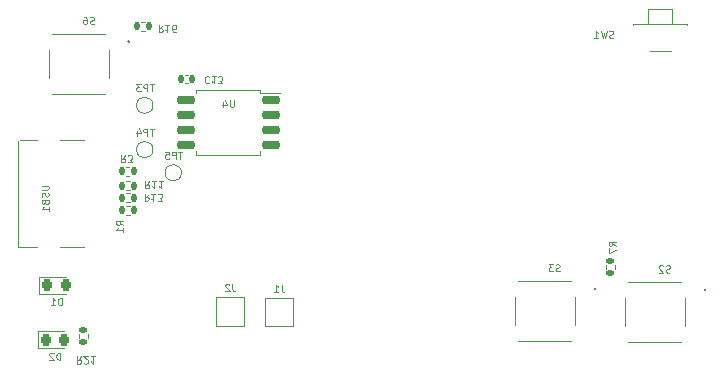
<source format=gbr>
%TF.GenerationSoftware,KiCad,Pcbnew,7.0.6*%
%TF.CreationDate,2024-06-03T18:18:50-04:00*%
%TF.ProjectId,V3,56332e6b-6963-4616-945f-706362585858,rev?*%
%TF.SameCoordinates,Original*%
%TF.FileFunction,Legend,Bot*%
%TF.FilePolarity,Positive*%
%FSLAX46Y46*%
G04 Gerber Fmt 4.6, Leading zero omitted, Abs format (unit mm)*
G04 Created by KiCad (PCBNEW 7.0.6) date 2024-06-03 18:18:50*
%MOMM*%
%LPD*%
G01*
G04 APERTURE LIST*
G04 Aperture macros list*
%AMRoundRect*
0 Rectangle with rounded corners*
0 $1 Rounding radius*
0 $2 $3 $4 $5 $6 $7 $8 $9 X,Y pos of 4 corners*
0 Add a 4 corners polygon primitive as box body*
4,1,4,$2,$3,$4,$5,$6,$7,$8,$9,$2,$3,0*
0 Add four circle primitives for the rounded corners*
1,1,$1+$1,$2,$3*
1,1,$1+$1,$4,$5*
1,1,$1+$1,$6,$7*
1,1,$1+$1,$8,$9*
0 Add four rect primitives between the rounded corners*
20,1,$1+$1,$2,$3,$4,$5,0*
20,1,$1+$1,$4,$5,$6,$7,0*
20,1,$1+$1,$6,$7,$8,$9,0*
20,1,$1+$1,$8,$9,$2,$3,0*%
G04 Aperture macros list end*
%ADD10C,0.100000*%
%ADD11R,1.000000X0.750000*%
%ADD12C,1.000000*%
%ADD13RoundRect,0.135000X0.135000X0.185000X-0.135000X0.185000X-0.135000X-0.185000X0.135000X-0.185000X0*%
%ADD14RoundRect,0.135000X-0.135000X-0.185000X0.135000X-0.185000X0.135000X0.185000X-0.135000X0.185000X0*%
%ADD15C,0.700000*%
%ADD16R,1.100000X0.550000*%
%ADD17R,1.100000X0.300000*%
%ADD18O,2.000000X1.100000*%
%ADD19O,1.800000X1.200000*%
%ADD20R,2.000000X2.000000*%
%ADD21RoundRect,0.218750X-0.218750X-0.256250X0.218750X-0.256250X0.218750X0.256250X-0.218750X0.256250X0*%
%ADD22RoundRect,0.140000X-0.140000X-0.170000X0.140000X-0.170000X0.140000X0.170000X-0.140000X0.170000X0*%
%ADD23RoundRect,0.150000X0.650000X0.150000X-0.650000X0.150000X-0.650000X-0.150000X0.650000X-0.150000X0*%
%ADD24RoundRect,0.135000X-0.185000X0.135000X-0.185000X-0.135000X0.185000X-0.135000X0.185000X0.135000X0*%
%ADD25R,0.900000X1.200000*%
%ADD26R,1.200000X1.300000*%
G04 APERTURE END LIST*
D10*
X101383543Y-129349200D02*
X101297829Y-129377771D01*
X101297829Y-129377771D02*
X101154971Y-129377771D01*
X101154971Y-129377771D02*
X101097829Y-129349200D01*
X101097829Y-129349200D02*
X101069257Y-129320628D01*
X101069257Y-129320628D02*
X101040686Y-129263485D01*
X101040686Y-129263485D02*
X101040686Y-129206342D01*
X101040686Y-129206342D02*
X101069257Y-129149200D01*
X101069257Y-129149200D02*
X101097829Y-129120628D01*
X101097829Y-129120628D02*
X101154971Y-129092057D01*
X101154971Y-129092057D02*
X101269257Y-129063485D01*
X101269257Y-129063485D02*
X101326400Y-129034914D01*
X101326400Y-129034914D02*
X101354971Y-129006342D01*
X101354971Y-129006342D02*
X101383543Y-128949200D01*
X101383543Y-128949200D02*
X101383543Y-128892057D01*
X101383543Y-128892057D02*
X101354971Y-128834914D01*
X101354971Y-128834914D02*
X101326400Y-128806342D01*
X101326400Y-128806342D02*
X101269257Y-128777771D01*
X101269257Y-128777771D02*
X101126400Y-128777771D01*
X101126400Y-128777771D02*
X101040686Y-128806342D01*
X100526400Y-128777771D02*
X100640685Y-128777771D01*
X100640685Y-128777771D02*
X100697828Y-128806342D01*
X100697828Y-128806342D02*
X100726400Y-128834914D01*
X100726400Y-128834914D02*
X100783542Y-128920628D01*
X100783542Y-128920628D02*
X100812114Y-129034914D01*
X100812114Y-129034914D02*
X100812114Y-129263485D01*
X100812114Y-129263485D02*
X100783542Y-129320628D01*
X100783542Y-129320628D02*
X100754971Y-129349200D01*
X100754971Y-129349200D02*
X100697828Y-129377771D01*
X100697828Y-129377771D02*
X100583542Y-129377771D01*
X100583542Y-129377771D02*
X100526400Y-129349200D01*
X100526400Y-129349200D02*
X100497828Y-129320628D01*
X100497828Y-129320628D02*
X100469257Y-129263485D01*
X100469257Y-129263485D02*
X100469257Y-129120628D01*
X100469257Y-129120628D02*
X100497828Y-129063485D01*
X100497828Y-129063485D02*
X100526400Y-129034914D01*
X100526400Y-129034914D02*
X100583542Y-129006342D01*
X100583542Y-129006342D02*
X100697828Y-129006342D01*
X100697828Y-129006342D02*
X100754971Y-129034914D01*
X100754971Y-129034914D02*
X100783542Y-129063485D01*
X100783542Y-129063485D02*
X100812114Y-129120628D01*
X140829743Y-150278800D02*
X140744029Y-150307371D01*
X140744029Y-150307371D02*
X140601171Y-150307371D01*
X140601171Y-150307371D02*
X140544029Y-150278800D01*
X140544029Y-150278800D02*
X140515457Y-150250228D01*
X140515457Y-150250228D02*
X140486886Y-150193085D01*
X140486886Y-150193085D02*
X140486886Y-150135942D01*
X140486886Y-150135942D02*
X140515457Y-150078800D01*
X140515457Y-150078800D02*
X140544029Y-150050228D01*
X140544029Y-150050228D02*
X140601171Y-150021657D01*
X140601171Y-150021657D02*
X140715457Y-149993085D01*
X140715457Y-149993085D02*
X140772600Y-149964514D01*
X140772600Y-149964514D02*
X140801171Y-149935942D01*
X140801171Y-149935942D02*
X140829743Y-149878800D01*
X140829743Y-149878800D02*
X140829743Y-149821657D01*
X140829743Y-149821657D02*
X140801171Y-149764514D01*
X140801171Y-149764514D02*
X140772600Y-149735942D01*
X140772600Y-149735942D02*
X140715457Y-149707371D01*
X140715457Y-149707371D02*
X140572600Y-149707371D01*
X140572600Y-149707371D02*
X140486886Y-149735942D01*
X140286885Y-149707371D02*
X139915457Y-149707371D01*
X139915457Y-149707371D02*
X140115457Y-149935942D01*
X140115457Y-149935942D02*
X140029742Y-149935942D01*
X140029742Y-149935942D02*
X139972600Y-149964514D01*
X139972600Y-149964514D02*
X139944028Y-149993085D01*
X139944028Y-149993085D02*
X139915457Y-150050228D01*
X139915457Y-150050228D02*
X139915457Y-150193085D01*
X139915457Y-150193085D02*
X139944028Y-150250228D01*
X139944028Y-150250228D02*
X139972600Y-150278800D01*
X139972600Y-150278800D02*
X140029742Y-150307371D01*
X140029742Y-150307371D02*
X140201171Y-150307371D01*
X140201171Y-150307371D02*
X140258314Y-150278800D01*
X140258314Y-150278800D02*
X140286885Y-150250228D01*
X150151543Y-150380400D02*
X150065829Y-150408971D01*
X150065829Y-150408971D02*
X149922971Y-150408971D01*
X149922971Y-150408971D02*
X149865829Y-150380400D01*
X149865829Y-150380400D02*
X149837257Y-150351828D01*
X149837257Y-150351828D02*
X149808686Y-150294685D01*
X149808686Y-150294685D02*
X149808686Y-150237542D01*
X149808686Y-150237542D02*
X149837257Y-150180400D01*
X149837257Y-150180400D02*
X149865829Y-150151828D01*
X149865829Y-150151828D02*
X149922971Y-150123257D01*
X149922971Y-150123257D02*
X150037257Y-150094685D01*
X150037257Y-150094685D02*
X150094400Y-150066114D01*
X150094400Y-150066114D02*
X150122971Y-150037542D01*
X150122971Y-150037542D02*
X150151543Y-149980400D01*
X150151543Y-149980400D02*
X150151543Y-149923257D01*
X150151543Y-149923257D02*
X150122971Y-149866114D01*
X150122971Y-149866114D02*
X150094400Y-149837542D01*
X150094400Y-149837542D02*
X150037257Y-149808971D01*
X150037257Y-149808971D02*
X149894400Y-149808971D01*
X149894400Y-149808971D02*
X149808686Y-149837542D01*
X149580114Y-149866114D02*
X149551542Y-149837542D01*
X149551542Y-149837542D02*
X149494400Y-149808971D01*
X149494400Y-149808971D02*
X149351542Y-149808971D01*
X149351542Y-149808971D02*
X149294400Y-149837542D01*
X149294400Y-149837542D02*
X149265828Y-149866114D01*
X149265828Y-149866114D02*
X149237257Y-149923257D01*
X149237257Y-149923257D02*
X149237257Y-149980400D01*
X149237257Y-149980400D02*
X149265828Y-150066114D01*
X149265828Y-150066114D02*
X149608685Y-150408971D01*
X149608685Y-150408971D02*
X149237257Y-150408971D01*
X108859543Y-140184971D02*
X108516686Y-140184971D01*
X108688114Y-140784971D02*
X108688114Y-140184971D01*
X108316685Y-140784971D02*
X108316685Y-140184971D01*
X108316685Y-140184971D02*
X108088114Y-140184971D01*
X108088114Y-140184971D02*
X108030971Y-140213542D01*
X108030971Y-140213542D02*
X108002400Y-140242114D01*
X108002400Y-140242114D02*
X107973828Y-140299257D01*
X107973828Y-140299257D02*
X107973828Y-140384971D01*
X107973828Y-140384971D02*
X108002400Y-140442114D01*
X108002400Y-140442114D02*
X108030971Y-140470685D01*
X108030971Y-140470685D02*
X108088114Y-140499257D01*
X108088114Y-140499257D02*
X108316685Y-140499257D01*
X107430971Y-140184971D02*
X107716685Y-140184971D01*
X107716685Y-140184971D02*
X107745257Y-140470685D01*
X107745257Y-140470685D02*
X107716685Y-140442114D01*
X107716685Y-140442114D02*
X107659543Y-140413542D01*
X107659543Y-140413542D02*
X107516685Y-140413542D01*
X107516685Y-140413542D02*
X107459543Y-140442114D01*
X107459543Y-140442114D02*
X107430971Y-140470685D01*
X107430971Y-140470685D02*
X107402400Y-140527828D01*
X107402400Y-140527828D02*
X107402400Y-140670685D01*
X107402400Y-140670685D02*
X107430971Y-140727828D01*
X107430971Y-140727828D02*
X107459543Y-140756400D01*
X107459543Y-140756400D02*
X107516685Y-140784971D01*
X107516685Y-140784971D02*
X107659543Y-140784971D01*
X107659543Y-140784971D02*
X107716685Y-140756400D01*
X107716685Y-140756400D02*
X107745257Y-140727828D01*
X106446543Y-138229171D02*
X106103686Y-138229171D01*
X106275114Y-138829171D02*
X106275114Y-138229171D01*
X105903685Y-138829171D02*
X105903685Y-138229171D01*
X105903685Y-138229171D02*
X105675114Y-138229171D01*
X105675114Y-138229171D02*
X105617971Y-138257742D01*
X105617971Y-138257742D02*
X105589400Y-138286314D01*
X105589400Y-138286314D02*
X105560828Y-138343457D01*
X105560828Y-138343457D02*
X105560828Y-138429171D01*
X105560828Y-138429171D02*
X105589400Y-138486314D01*
X105589400Y-138486314D02*
X105617971Y-138514885D01*
X105617971Y-138514885D02*
X105675114Y-138543457D01*
X105675114Y-138543457D02*
X105903685Y-138543457D01*
X105046543Y-138429171D02*
X105046543Y-138829171D01*
X105189400Y-138200600D02*
X105332257Y-138629171D01*
X105332257Y-138629171D02*
X104960828Y-138629171D01*
X106446543Y-134479171D02*
X106103686Y-134479171D01*
X106275114Y-135079171D02*
X106275114Y-134479171D01*
X105903685Y-135079171D02*
X105903685Y-134479171D01*
X105903685Y-134479171D02*
X105675114Y-134479171D01*
X105675114Y-134479171D02*
X105617971Y-134507742D01*
X105617971Y-134507742D02*
X105589400Y-134536314D01*
X105589400Y-134536314D02*
X105560828Y-134593457D01*
X105560828Y-134593457D02*
X105560828Y-134679171D01*
X105560828Y-134679171D02*
X105589400Y-134736314D01*
X105589400Y-134736314D02*
X105617971Y-134764885D01*
X105617971Y-134764885D02*
X105675114Y-134793457D01*
X105675114Y-134793457D02*
X105903685Y-134793457D01*
X105360828Y-134479171D02*
X104989400Y-134479171D01*
X104989400Y-134479171D02*
X105189400Y-134707742D01*
X105189400Y-134707742D02*
X105103685Y-134707742D01*
X105103685Y-134707742D02*
X105046543Y-134736314D01*
X105046543Y-134736314D02*
X105017971Y-134764885D01*
X105017971Y-134764885D02*
X104989400Y-134822028D01*
X104989400Y-134822028D02*
X104989400Y-134964885D01*
X104989400Y-134964885D02*
X105017971Y-135022028D01*
X105017971Y-135022028D02*
X105046543Y-135050600D01*
X105046543Y-135050600D02*
X105103685Y-135079171D01*
X105103685Y-135079171D02*
X105275114Y-135079171D01*
X105275114Y-135079171D02*
X105332257Y-135050600D01*
X105332257Y-135050600D02*
X105360828Y-135022028D01*
X106014885Y-143720228D02*
X105814885Y-144005942D01*
X105672028Y-143720228D02*
X105672028Y-144320228D01*
X105672028Y-144320228D02*
X105900599Y-144320228D01*
X105900599Y-144320228D02*
X105957742Y-144291657D01*
X105957742Y-144291657D02*
X105986313Y-144263085D01*
X105986313Y-144263085D02*
X106014885Y-144205942D01*
X106014885Y-144205942D02*
X106014885Y-144120228D01*
X106014885Y-144120228D02*
X105986313Y-144063085D01*
X105986313Y-144063085D02*
X105957742Y-144034514D01*
X105957742Y-144034514D02*
X105900599Y-144005942D01*
X105900599Y-144005942D02*
X105672028Y-144005942D01*
X106586313Y-143720228D02*
X106243456Y-143720228D01*
X106414885Y-143720228D02*
X106414885Y-144320228D01*
X106414885Y-144320228D02*
X106357742Y-144234514D01*
X106357742Y-144234514D02*
X106300599Y-144177371D01*
X106300599Y-144177371D02*
X106243456Y-144148800D01*
X106786314Y-144320228D02*
X107157742Y-144320228D01*
X107157742Y-144320228D02*
X106957742Y-144091657D01*
X106957742Y-144091657D02*
X107043457Y-144091657D01*
X107043457Y-144091657D02*
X107100600Y-144063085D01*
X107100600Y-144063085D02*
X107129171Y-144034514D01*
X107129171Y-144034514D02*
X107157742Y-143977371D01*
X107157742Y-143977371D02*
X107157742Y-143834514D01*
X107157742Y-143834514D02*
X107129171Y-143777371D01*
X107129171Y-143777371D02*
X107100600Y-143748800D01*
X107100600Y-143748800D02*
X107043457Y-143720228D01*
X107043457Y-143720228D02*
X106872028Y-143720228D01*
X106872028Y-143720228D02*
X106814885Y-143748800D01*
X106814885Y-143748800D02*
X106786314Y-143777371D01*
X104040000Y-140469028D02*
X103840000Y-140754742D01*
X103697143Y-140469028D02*
X103697143Y-141069028D01*
X103697143Y-141069028D02*
X103925714Y-141069028D01*
X103925714Y-141069028D02*
X103982857Y-141040457D01*
X103982857Y-141040457D02*
X104011428Y-141011885D01*
X104011428Y-141011885D02*
X104040000Y-140954742D01*
X104040000Y-140954742D02*
X104040000Y-140869028D01*
X104040000Y-140869028D02*
X104011428Y-140811885D01*
X104011428Y-140811885D02*
X103982857Y-140783314D01*
X103982857Y-140783314D02*
X103925714Y-140754742D01*
X103925714Y-140754742D02*
X103697143Y-140754742D01*
X104240000Y-141069028D02*
X104611428Y-141069028D01*
X104611428Y-141069028D02*
X104411428Y-140840457D01*
X104411428Y-140840457D02*
X104497143Y-140840457D01*
X104497143Y-140840457D02*
X104554286Y-140811885D01*
X104554286Y-140811885D02*
X104582857Y-140783314D01*
X104582857Y-140783314D02*
X104611428Y-140726171D01*
X104611428Y-140726171D02*
X104611428Y-140583314D01*
X104611428Y-140583314D02*
X104582857Y-140526171D01*
X104582857Y-140526171D02*
X104554286Y-140497600D01*
X104554286Y-140497600D02*
X104497143Y-140469028D01*
X104497143Y-140469028D02*
X104325714Y-140469028D01*
X104325714Y-140469028D02*
X104268571Y-140497600D01*
X104268571Y-140497600D02*
X104240000Y-140526171D01*
X103878971Y-146381800D02*
X103593257Y-146181800D01*
X103878971Y-146038943D02*
X103278971Y-146038943D01*
X103278971Y-146038943D02*
X103278971Y-146267514D01*
X103278971Y-146267514D02*
X103307542Y-146324657D01*
X103307542Y-146324657D02*
X103336114Y-146353228D01*
X103336114Y-146353228D02*
X103393257Y-146381800D01*
X103393257Y-146381800D02*
X103478971Y-146381800D01*
X103478971Y-146381800D02*
X103536114Y-146353228D01*
X103536114Y-146353228D02*
X103564685Y-146324657D01*
X103564685Y-146324657D02*
X103593257Y-146267514D01*
X103593257Y-146267514D02*
X103593257Y-146038943D01*
X103878971Y-146953228D02*
X103878971Y-146610371D01*
X103878971Y-146781800D02*
X103278971Y-146781800D01*
X103278971Y-146781800D02*
X103364685Y-146724657D01*
X103364685Y-146724657D02*
X103421828Y-146667514D01*
X103421828Y-146667514D02*
X103450400Y-146610371D01*
X96954371Y-143051343D02*
X97440085Y-143051343D01*
X97440085Y-143051343D02*
X97497228Y-143079914D01*
X97497228Y-143079914D02*
X97525800Y-143108486D01*
X97525800Y-143108486D02*
X97554371Y-143165628D01*
X97554371Y-143165628D02*
X97554371Y-143279914D01*
X97554371Y-143279914D02*
X97525800Y-143337057D01*
X97525800Y-143337057D02*
X97497228Y-143365628D01*
X97497228Y-143365628D02*
X97440085Y-143394200D01*
X97440085Y-143394200D02*
X96954371Y-143394200D01*
X97525800Y-143651342D02*
X97554371Y-143737057D01*
X97554371Y-143737057D02*
X97554371Y-143879914D01*
X97554371Y-143879914D02*
X97525800Y-143937057D01*
X97525800Y-143937057D02*
X97497228Y-143965628D01*
X97497228Y-143965628D02*
X97440085Y-143994199D01*
X97440085Y-143994199D02*
X97382942Y-143994199D01*
X97382942Y-143994199D02*
X97325800Y-143965628D01*
X97325800Y-143965628D02*
X97297228Y-143937057D01*
X97297228Y-143937057D02*
X97268657Y-143879914D01*
X97268657Y-143879914D02*
X97240085Y-143765628D01*
X97240085Y-143765628D02*
X97211514Y-143708485D01*
X97211514Y-143708485D02*
X97182942Y-143679914D01*
X97182942Y-143679914D02*
X97125800Y-143651342D01*
X97125800Y-143651342D02*
X97068657Y-143651342D01*
X97068657Y-143651342D02*
X97011514Y-143679914D01*
X97011514Y-143679914D02*
X96982942Y-143708485D01*
X96982942Y-143708485D02*
X96954371Y-143765628D01*
X96954371Y-143765628D02*
X96954371Y-143908485D01*
X96954371Y-143908485D02*
X96982942Y-143994199D01*
X97240085Y-144451343D02*
X97268657Y-144537057D01*
X97268657Y-144537057D02*
X97297228Y-144565628D01*
X97297228Y-144565628D02*
X97354371Y-144594200D01*
X97354371Y-144594200D02*
X97440085Y-144594200D01*
X97440085Y-144594200D02*
X97497228Y-144565628D01*
X97497228Y-144565628D02*
X97525800Y-144537057D01*
X97525800Y-144537057D02*
X97554371Y-144479914D01*
X97554371Y-144479914D02*
X97554371Y-144251343D01*
X97554371Y-144251343D02*
X96954371Y-144251343D01*
X96954371Y-144251343D02*
X96954371Y-144451343D01*
X96954371Y-144451343D02*
X96982942Y-144508486D01*
X96982942Y-144508486D02*
X97011514Y-144537057D01*
X97011514Y-144537057D02*
X97068657Y-144565628D01*
X97068657Y-144565628D02*
X97125800Y-144565628D01*
X97125800Y-144565628D02*
X97182942Y-144537057D01*
X97182942Y-144537057D02*
X97211514Y-144508486D01*
X97211514Y-144508486D02*
X97240085Y-144451343D01*
X97240085Y-144451343D02*
X97240085Y-144251343D01*
X97554371Y-145165628D02*
X97554371Y-144822771D01*
X97554371Y-144994200D02*
X96954371Y-144994200D01*
X96954371Y-144994200D02*
X97040085Y-144937057D01*
X97040085Y-144937057D02*
X97097228Y-144879914D01*
X97097228Y-144879914D02*
X97125800Y-144822771D01*
X106065685Y-142678828D02*
X105865685Y-142964542D01*
X105722828Y-142678828D02*
X105722828Y-143278828D01*
X105722828Y-143278828D02*
X105951399Y-143278828D01*
X105951399Y-143278828D02*
X106008542Y-143250257D01*
X106008542Y-143250257D02*
X106037113Y-143221685D01*
X106037113Y-143221685D02*
X106065685Y-143164542D01*
X106065685Y-143164542D02*
X106065685Y-143078828D01*
X106065685Y-143078828D02*
X106037113Y-143021685D01*
X106037113Y-143021685D02*
X106008542Y-142993114D01*
X106008542Y-142993114D02*
X105951399Y-142964542D01*
X105951399Y-142964542D02*
X105722828Y-142964542D01*
X106637113Y-142678828D02*
X106294256Y-142678828D01*
X106465685Y-142678828D02*
X106465685Y-143278828D01*
X106465685Y-143278828D02*
X106408542Y-143193114D01*
X106408542Y-143193114D02*
X106351399Y-143135971D01*
X106351399Y-143135971D02*
X106294256Y-143107400D01*
X107208542Y-142678828D02*
X106865685Y-142678828D01*
X107037114Y-142678828D02*
X107037114Y-143278828D01*
X107037114Y-143278828D02*
X106979971Y-143193114D01*
X106979971Y-143193114D02*
X106922828Y-143135971D01*
X106922828Y-143135971D02*
X106865685Y-143107400D01*
X113103000Y-151369771D02*
X113103000Y-151798342D01*
X113103000Y-151798342D02*
X113131571Y-151884057D01*
X113131571Y-151884057D02*
X113188714Y-151941200D01*
X113188714Y-151941200D02*
X113274428Y-151969771D01*
X113274428Y-151969771D02*
X113331571Y-151969771D01*
X112845857Y-151426914D02*
X112817285Y-151398342D01*
X112817285Y-151398342D02*
X112760143Y-151369771D01*
X112760143Y-151369771D02*
X112617285Y-151369771D01*
X112617285Y-151369771D02*
X112560143Y-151398342D01*
X112560143Y-151398342D02*
X112531571Y-151426914D01*
X112531571Y-151426914D02*
X112503000Y-151484057D01*
X112503000Y-151484057D02*
X112503000Y-151541200D01*
X112503000Y-151541200D02*
X112531571Y-151626914D01*
X112531571Y-151626914D02*
X112874428Y-151969771D01*
X112874428Y-151969771D02*
X112503000Y-151969771D01*
X98664656Y-153187971D02*
X98664656Y-152587971D01*
X98664656Y-152587971D02*
X98521799Y-152587971D01*
X98521799Y-152587971D02*
X98436085Y-152616542D01*
X98436085Y-152616542D02*
X98378942Y-152673685D01*
X98378942Y-152673685D02*
X98350371Y-152730828D01*
X98350371Y-152730828D02*
X98321799Y-152845114D01*
X98321799Y-152845114D02*
X98321799Y-152930828D01*
X98321799Y-152930828D02*
X98350371Y-153045114D01*
X98350371Y-153045114D02*
X98378942Y-153102257D01*
X98378942Y-153102257D02*
X98436085Y-153159400D01*
X98436085Y-153159400D02*
X98521799Y-153187971D01*
X98521799Y-153187971D02*
X98664656Y-153187971D01*
X97750371Y-153187971D02*
X98093228Y-153187971D01*
X97921799Y-153187971D02*
X97921799Y-152587971D01*
X97921799Y-152587971D02*
X97978942Y-152673685D01*
X97978942Y-152673685D02*
X98036085Y-152730828D01*
X98036085Y-152730828D02*
X98093228Y-152759400D01*
X111120285Y-133845971D02*
X111091713Y-133817400D01*
X111091713Y-133817400D02*
X111005999Y-133788828D01*
X111005999Y-133788828D02*
X110948856Y-133788828D01*
X110948856Y-133788828D02*
X110863142Y-133817400D01*
X110863142Y-133817400D02*
X110805999Y-133874542D01*
X110805999Y-133874542D02*
X110777428Y-133931685D01*
X110777428Y-133931685D02*
X110748856Y-134045971D01*
X110748856Y-134045971D02*
X110748856Y-134131685D01*
X110748856Y-134131685D02*
X110777428Y-134245971D01*
X110777428Y-134245971D02*
X110805999Y-134303114D01*
X110805999Y-134303114D02*
X110863142Y-134360257D01*
X110863142Y-134360257D02*
X110948856Y-134388828D01*
X110948856Y-134388828D02*
X111005999Y-134388828D01*
X111005999Y-134388828D02*
X111091713Y-134360257D01*
X111091713Y-134360257D02*
X111120285Y-134331685D01*
X111691713Y-133788828D02*
X111348856Y-133788828D01*
X111520285Y-133788828D02*
X111520285Y-134388828D01*
X111520285Y-134388828D02*
X111463142Y-134303114D01*
X111463142Y-134303114D02*
X111405999Y-134245971D01*
X111405999Y-134245971D02*
X111348856Y-134217400D01*
X111891714Y-134388828D02*
X112263142Y-134388828D01*
X112263142Y-134388828D02*
X112063142Y-134160257D01*
X112063142Y-134160257D02*
X112148857Y-134160257D01*
X112148857Y-134160257D02*
X112206000Y-134131685D01*
X112206000Y-134131685D02*
X112234571Y-134103114D01*
X112234571Y-134103114D02*
X112263142Y-134045971D01*
X112263142Y-134045971D02*
X112263142Y-133903114D01*
X112263142Y-133903114D02*
X112234571Y-133845971D01*
X112234571Y-133845971D02*
X112206000Y-133817400D01*
X112206000Y-133817400D02*
X112148857Y-133788828D01*
X112148857Y-133788828D02*
X111977428Y-133788828D01*
X111977428Y-133788828D02*
X111920285Y-133817400D01*
X111920285Y-133817400D02*
X111891714Y-133845971D01*
X113239942Y-135790971D02*
X113239942Y-136276685D01*
X113239942Y-136276685D02*
X113211371Y-136333828D01*
X113211371Y-136333828D02*
X113182800Y-136362400D01*
X113182800Y-136362400D02*
X113125657Y-136390971D01*
X113125657Y-136390971D02*
X113011371Y-136390971D01*
X113011371Y-136390971D02*
X112954228Y-136362400D01*
X112954228Y-136362400D02*
X112925657Y-136333828D01*
X112925657Y-136333828D02*
X112897085Y-136276685D01*
X112897085Y-136276685D02*
X112897085Y-135790971D01*
X112354229Y-135990971D02*
X112354229Y-136390971D01*
X112497086Y-135762400D02*
X112639943Y-136190971D01*
X112639943Y-136190971D02*
X112268514Y-136190971D01*
X100299885Y-157512428D02*
X100099885Y-157798142D01*
X99957028Y-157512428D02*
X99957028Y-158112428D01*
X99957028Y-158112428D02*
X100185599Y-158112428D01*
X100185599Y-158112428D02*
X100242742Y-158083857D01*
X100242742Y-158083857D02*
X100271313Y-158055285D01*
X100271313Y-158055285D02*
X100299885Y-157998142D01*
X100299885Y-157998142D02*
X100299885Y-157912428D01*
X100299885Y-157912428D02*
X100271313Y-157855285D01*
X100271313Y-157855285D02*
X100242742Y-157826714D01*
X100242742Y-157826714D02*
X100185599Y-157798142D01*
X100185599Y-157798142D02*
X99957028Y-157798142D01*
X100528456Y-158055285D02*
X100557028Y-158083857D01*
X100557028Y-158083857D02*
X100614171Y-158112428D01*
X100614171Y-158112428D02*
X100757028Y-158112428D01*
X100757028Y-158112428D02*
X100814171Y-158083857D01*
X100814171Y-158083857D02*
X100842742Y-158055285D01*
X100842742Y-158055285D02*
X100871313Y-157998142D01*
X100871313Y-157998142D02*
X100871313Y-157941000D01*
X100871313Y-157941000D02*
X100842742Y-157855285D01*
X100842742Y-157855285D02*
X100499885Y-157512428D01*
X100499885Y-157512428D02*
X100871313Y-157512428D01*
X101442742Y-157512428D02*
X101099885Y-157512428D01*
X101271314Y-157512428D02*
X101271314Y-158112428D01*
X101271314Y-158112428D02*
X101214171Y-158026714D01*
X101214171Y-158026714D02*
X101157028Y-157969571D01*
X101157028Y-157969571D02*
X101099885Y-157941000D01*
X145560371Y-148136400D02*
X145274657Y-147936400D01*
X145560371Y-147793543D02*
X144960371Y-147793543D01*
X144960371Y-147793543D02*
X144960371Y-148022114D01*
X144960371Y-148022114D02*
X144988942Y-148079257D01*
X144988942Y-148079257D02*
X145017514Y-148107828D01*
X145017514Y-148107828D02*
X145074657Y-148136400D01*
X145074657Y-148136400D02*
X145160371Y-148136400D01*
X145160371Y-148136400D02*
X145217514Y-148107828D01*
X145217514Y-148107828D02*
X145246085Y-148079257D01*
X145246085Y-148079257D02*
X145274657Y-148022114D01*
X145274657Y-148022114D02*
X145274657Y-147793543D01*
X144960371Y-148336400D02*
X144960371Y-148736400D01*
X144960371Y-148736400D02*
X145560371Y-148479257D01*
X117268600Y-151445971D02*
X117268600Y-151874542D01*
X117268600Y-151874542D02*
X117297171Y-151960257D01*
X117297171Y-151960257D02*
X117354314Y-152017400D01*
X117354314Y-152017400D02*
X117440028Y-152045971D01*
X117440028Y-152045971D02*
X117497171Y-152045971D01*
X116668600Y-152045971D02*
X117011457Y-152045971D01*
X116840028Y-152045971D02*
X116840028Y-151445971D01*
X116840028Y-151445971D02*
X116897171Y-151531685D01*
X116897171Y-151531685D02*
X116954314Y-151588828D01*
X116954314Y-151588828D02*
X117011457Y-151617400D01*
X107208685Y-129445428D02*
X107008685Y-129731142D01*
X106865828Y-129445428D02*
X106865828Y-130045428D01*
X106865828Y-130045428D02*
X107094399Y-130045428D01*
X107094399Y-130045428D02*
X107151542Y-130016857D01*
X107151542Y-130016857D02*
X107180113Y-129988285D01*
X107180113Y-129988285D02*
X107208685Y-129931142D01*
X107208685Y-129931142D02*
X107208685Y-129845428D01*
X107208685Y-129845428D02*
X107180113Y-129788285D01*
X107180113Y-129788285D02*
X107151542Y-129759714D01*
X107151542Y-129759714D02*
X107094399Y-129731142D01*
X107094399Y-129731142D02*
X106865828Y-129731142D01*
X107780113Y-129445428D02*
X107437256Y-129445428D01*
X107608685Y-129445428D02*
X107608685Y-130045428D01*
X107608685Y-130045428D02*
X107551542Y-129959714D01*
X107551542Y-129959714D02*
X107494399Y-129902571D01*
X107494399Y-129902571D02*
X107437256Y-129874000D01*
X108294400Y-130045428D02*
X108180114Y-130045428D01*
X108180114Y-130045428D02*
X108122971Y-130016857D01*
X108122971Y-130016857D02*
X108094400Y-129988285D01*
X108094400Y-129988285D02*
X108037257Y-129902571D01*
X108037257Y-129902571D02*
X108008685Y-129788285D01*
X108008685Y-129788285D02*
X108008685Y-129559714D01*
X108008685Y-129559714D02*
X108037257Y-129502571D01*
X108037257Y-129502571D02*
X108065828Y-129474000D01*
X108065828Y-129474000D02*
X108122971Y-129445428D01*
X108122971Y-129445428D02*
X108237257Y-129445428D01*
X108237257Y-129445428D02*
X108294400Y-129474000D01*
X108294400Y-129474000D02*
X108322971Y-129502571D01*
X108322971Y-129502571D02*
X108351542Y-129559714D01*
X108351542Y-129559714D02*
X108351542Y-129702571D01*
X108351542Y-129702571D02*
X108322971Y-129759714D01*
X108322971Y-129759714D02*
X108294400Y-129788285D01*
X108294400Y-129788285D02*
X108237257Y-129816857D01*
X108237257Y-129816857D02*
X108122971Y-129816857D01*
X108122971Y-129816857D02*
X108065828Y-129788285D01*
X108065828Y-129788285D02*
X108037257Y-129759714D01*
X108037257Y-129759714D02*
X108008685Y-129702571D01*
X145362800Y-130521200D02*
X145277086Y-130549771D01*
X145277086Y-130549771D02*
X145134228Y-130549771D01*
X145134228Y-130549771D02*
X145077086Y-130521200D01*
X145077086Y-130521200D02*
X145048514Y-130492628D01*
X145048514Y-130492628D02*
X145019943Y-130435485D01*
X145019943Y-130435485D02*
X145019943Y-130378342D01*
X145019943Y-130378342D02*
X145048514Y-130321200D01*
X145048514Y-130321200D02*
X145077086Y-130292628D01*
X145077086Y-130292628D02*
X145134228Y-130264057D01*
X145134228Y-130264057D02*
X145248514Y-130235485D01*
X145248514Y-130235485D02*
X145305657Y-130206914D01*
X145305657Y-130206914D02*
X145334228Y-130178342D01*
X145334228Y-130178342D02*
X145362800Y-130121200D01*
X145362800Y-130121200D02*
X145362800Y-130064057D01*
X145362800Y-130064057D02*
X145334228Y-130006914D01*
X145334228Y-130006914D02*
X145305657Y-129978342D01*
X145305657Y-129978342D02*
X145248514Y-129949771D01*
X145248514Y-129949771D02*
X145105657Y-129949771D01*
X145105657Y-129949771D02*
X145019943Y-129978342D01*
X144819942Y-129949771D02*
X144677085Y-130549771D01*
X144677085Y-130549771D02*
X144562799Y-130121200D01*
X144562799Y-130121200D02*
X144448514Y-130549771D01*
X144448514Y-130549771D02*
X144305657Y-129949771D01*
X143762800Y-130549771D02*
X144105657Y-130549771D01*
X143934228Y-130549771D02*
X143934228Y-129949771D01*
X143934228Y-129949771D02*
X143991371Y-130035485D01*
X143991371Y-130035485D02*
X144048514Y-130092628D01*
X144048514Y-130092628D02*
X144105657Y-130121200D01*
X98537556Y-157785371D02*
X98537556Y-157185371D01*
X98537556Y-157185371D02*
X98394699Y-157185371D01*
X98394699Y-157185371D02*
X98308985Y-157213942D01*
X98308985Y-157213942D02*
X98251842Y-157271085D01*
X98251842Y-157271085D02*
X98223271Y-157328228D01*
X98223271Y-157328228D02*
X98194699Y-157442514D01*
X98194699Y-157442514D02*
X98194699Y-157528228D01*
X98194699Y-157528228D02*
X98223271Y-157642514D01*
X98223271Y-157642514D02*
X98251842Y-157699657D01*
X98251842Y-157699657D02*
X98308985Y-157756800D01*
X98308985Y-157756800D02*
X98394699Y-157785371D01*
X98394699Y-157785371D02*
X98537556Y-157785371D01*
X97966128Y-157242514D02*
X97937556Y-157213942D01*
X97937556Y-157213942D02*
X97880414Y-157185371D01*
X97880414Y-157185371D02*
X97737556Y-157185371D01*
X97737556Y-157185371D02*
X97680414Y-157213942D01*
X97680414Y-157213942D02*
X97651842Y-157242514D01*
X97651842Y-157242514D02*
X97623271Y-157299657D01*
X97623271Y-157299657D02*
X97623271Y-157356800D01*
X97623271Y-157356800D02*
X97651842Y-157442514D01*
X97651842Y-157442514D02*
X97994699Y-157785371D01*
X97994699Y-157785371D02*
X97623271Y-157785371D01*
%TO.C,S6*%
X97851400Y-135290400D02*
X102351400Y-135290400D01*
X97851400Y-130190400D02*
X102351400Y-130190400D01*
X104451400Y-130865400D02*
G75*
G03*
X104451400Y-130865400I-100000J0D01*
G01*
X102651400Y-131560400D02*
X102651400Y-133920400D01*
X97551400Y-133920400D02*
X97551400Y-131560400D01*
%TO.C,S3*%
X137297600Y-156220000D02*
X141797600Y-156220000D01*
X137297600Y-151120000D02*
X141797600Y-151120000D01*
X143897600Y-151795000D02*
G75*
G03*
X143897600Y-151795000I-100000J0D01*
G01*
X142097600Y-152490000D02*
X142097600Y-154850000D01*
X136997600Y-154850000D02*
X136997600Y-152490000D01*
%TO.C,S2*%
X146619400Y-156321600D02*
X151119400Y-156321600D01*
X146619400Y-151221600D02*
X151119400Y-151221600D01*
X153219400Y-151896600D02*
G75*
G03*
X153219400Y-151896600I-100000J0D01*
G01*
X151419400Y-152591600D02*
X151419400Y-154951600D01*
X146319400Y-154951600D02*
X146319400Y-152591600D01*
%TO.C,TP5*%
X108802400Y-141960600D02*
G75*
G03*
X108802400Y-141960600I-700000J0D01*
G01*
%TO.C,TP4*%
X106389400Y-140004800D02*
G75*
G03*
X106389400Y-140004800I-700000J0D01*
G01*
%TO.C,TP3*%
X106389400Y-136254800D02*
G75*
G03*
X106389400Y-136254800I-700000J0D01*
G01*
%TO.C,R13*%
X104446041Y-143714200D02*
X104138759Y-143714200D01*
X104446041Y-144474200D02*
X104138759Y-144474200D01*
%TO.C,R3*%
X104087959Y-142213600D02*
X104395241Y-142213600D01*
X104087959Y-141453600D02*
X104395241Y-141453600D01*
%TO.C,R1*%
X104138759Y-145515600D02*
X104446041Y-145515600D01*
X104138759Y-144755600D02*
X104446041Y-144755600D01*
%TO.C,USB1*%
X98523900Y-148238600D02*
X100513900Y-148238600D01*
X94943900Y-148238600D02*
X96563900Y-148238600D01*
X94943900Y-139238600D02*
X94943900Y-148238600D01*
X98523900Y-139168600D02*
X100513900Y-139168600D01*
X95093900Y-139168600D02*
X96563900Y-139168600D01*
%TO.C,R11*%
X104446041Y-142672800D02*
X104138759Y-142672800D01*
X104446041Y-143432800D02*
X104138759Y-143432800D01*
%TO.C,J2*%
X114103000Y-154895400D02*
X114103000Y-152495400D01*
X114103000Y-152495400D02*
X111703000Y-152495400D01*
X111703000Y-154895400D02*
X114103000Y-154895400D01*
X111703000Y-152495400D02*
X111703000Y-154895400D01*
%TO.C,D1*%
X96736800Y-150750600D02*
X99021800Y-150750600D01*
X96736800Y-152220600D02*
X96736800Y-150750600D01*
X99021800Y-152220600D02*
X96736800Y-152220600D01*
%TO.C,C13*%
X109112164Y-133650400D02*
X109327836Y-133650400D01*
X109112164Y-134370400D02*
X109327836Y-134370400D01*
%TO.C,U4*%
X115475600Y-140418400D02*
X115475600Y-140158400D01*
X115475600Y-135228400D02*
X117150600Y-135228400D01*
X115475600Y-134968400D02*
X115475600Y-135228400D01*
X112750600Y-140418400D02*
X115475600Y-140418400D01*
X112750600Y-140418400D02*
X110025600Y-140418400D01*
X112750600Y-134968400D02*
X115475600Y-134968400D01*
X112750600Y-134968400D02*
X110025600Y-134968400D01*
X110025600Y-140418400D02*
X110025600Y-140158400D01*
X110025600Y-134968400D02*
X110025600Y-135228400D01*
%TO.C,R21*%
X100862400Y-155649959D02*
X100862400Y-155957241D01*
X100102400Y-155649959D02*
X100102400Y-155957241D01*
%TO.C,R7*%
X145490200Y-149809959D02*
X145490200Y-150117241D01*
X144730200Y-149809959D02*
X144730200Y-150117241D01*
%TO.C,J1*%
X118268600Y-154971600D02*
X118268600Y-152571600D01*
X118268600Y-152571600D02*
X115868600Y-152571600D01*
X115868600Y-154971600D02*
X118268600Y-154971600D01*
X115868600Y-152571600D02*
X115868600Y-154971600D01*
%TO.C,R16*%
X105408759Y-129160000D02*
X105716041Y-129160000D01*
X105408759Y-129920000D02*
X105716041Y-129920000D01*
%TO.C,SW1*%
X151638000Y-129465800D02*
X151638000Y-129325800D01*
X151638000Y-129325800D02*
X147038000Y-129325800D01*
X150338000Y-128125800D02*
X150338000Y-129325800D01*
X150338000Y-128125800D02*
X148338000Y-128125800D01*
X150228000Y-131625800D02*
X148448000Y-131625800D01*
X148338000Y-128125800D02*
X148338000Y-129325800D01*
X147038000Y-129325800D02*
X147038000Y-129465800D01*
%TO.C,D2*%
X96609700Y-155348000D02*
X98894700Y-155348000D01*
X96609700Y-156818000D02*
X96609700Y-155348000D01*
X98894700Y-156818000D02*
X96609700Y-156818000D01*
%TD*%
%LPC*%
D11*
%TO.C,S6*%
X103101400Y-130865400D03*
X97101400Y-130865400D03*
X103101400Y-134615400D03*
X97101400Y-134615400D03*
%TD*%
%TO.C,S3*%
X142547600Y-151795000D03*
X136547600Y-151795000D03*
X142547600Y-155545000D03*
X136547600Y-155545000D03*
%TD*%
%TO.C,S2*%
X151869400Y-151896600D03*
X145869400Y-151896600D03*
X151869400Y-155646600D03*
X145869400Y-155646600D03*
%TD*%
D12*
%TO.C,TP5*%
X108102400Y-141960600D03*
%TD*%
%TO.C,TP4*%
X105689400Y-140004800D03*
%TD*%
%TO.C,TP3*%
X105689400Y-136254800D03*
%TD*%
D13*
%TO.C,R13*%
X104802400Y-144094200D03*
X103782400Y-144094200D03*
%TD*%
D14*
%TO.C,R3*%
X103731600Y-141833600D03*
X104751600Y-141833600D03*
%TD*%
%TO.C,R1*%
X103782400Y-145135600D03*
X104802400Y-145135600D03*
%TD*%
D15*
%TO.C,USB1*%
X101213900Y-146628600D03*
X101213900Y-140848600D03*
D16*
X102293900Y-146938600D03*
X102293900Y-146138600D03*
D17*
X102293900Y-145488600D03*
X102293900Y-144988600D03*
X102293900Y-144488600D03*
X102293900Y-143988600D03*
X102293900Y-143488600D03*
X102293900Y-142988600D03*
X102293900Y-142488600D03*
X102293900Y-141988600D03*
D16*
X102293900Y-141338600D03*
X102293900Y-140538600D03*
D18*
X101743900Y-148058600D03*
D19*
X97533900Y-148058600D03*
D18*
X101743900Y-139418600D03*
D19*
X97533900Y-139418600D03*
%TD*%
D13*
%TO.C,R11*%
X104802400Y-143052800D03*
X103782400Y-143052800D03*
%TD*%
D20*
%TO.C,J2*%
X112903000Y-153695400D03*
%TD*%
D21*
%TO.C,D1*%
X97434300Y-151485600D03*
X99009300Y-151485600D03*
%TD*%
D22*
%TO.C,C13*%
X108740000Y-134010400D03*
X109700000Y-134010400D03*
%TD*%
D23*
%TO.C,U4*%
X116350600Y-135788400D03*
X116350600Y-137058400D03*
X116350600Y-138328400D03*
X116350600Y-139598400D03*
X109150600Y-139598400D03*
X109150600Y-138328400D03*
X109150600Y-137058400D03*
X109150600Y-135788400D03*
%TD*%
D24*
%TO.C,R21*%
X100482400Y-155293600D03*
X100482400Y-156313600D03*
%TD*%
%TO.C,R7*%
X145110200Y-149453600D03*
X145110200Y-150473600D03*
%TD*%
D20*
%TO.C,J1*%
X117068600Y-153771600D03*
%TD*%
D14*
%TO.C,R16*%
X105052400Y-129540000D03*
X106072400Y-129540000D03*
%TD*%
D15*
%TO.C,SW1*%
X150188000Y-130225800D03*
X148488000Y-130225800D03*
D25*
X151638000Y-130225800D03*
X147038000Y-130225800D03*
D26*
X151008000Y-131765800D03*
X147658000Y-131765800D03*
%TD*%
D21*
%TO.C,D2*%
X97307200Y-156083000D03*
X98882200Y-156083000D03*
%TD*%
%LPD*%
M02*

</source>
